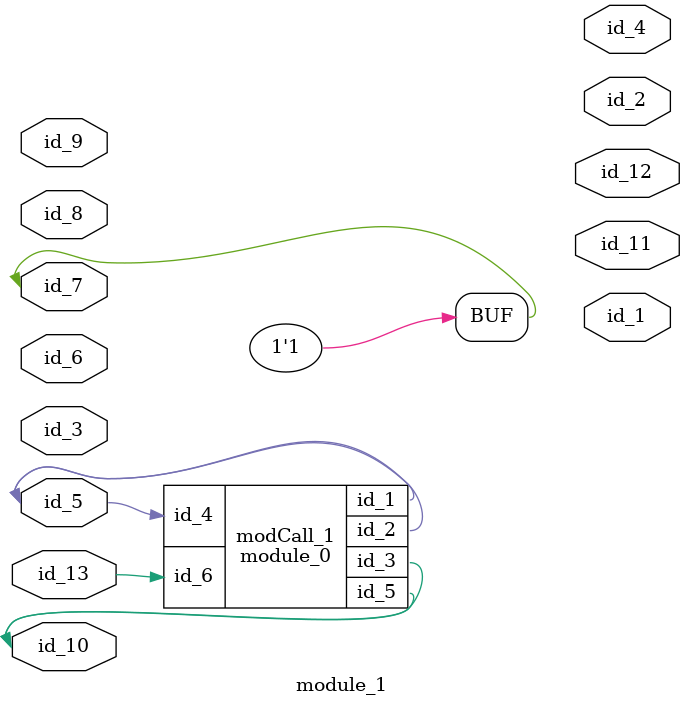
<source format=v>
module module_0 (
    id_1,
    id_2,
    id_3,
    id_4,
    id_5,
    id_6
);
  input wire id_6;
  inout wire id_5;
  input wire id_4;
  output wire id_3;
  output wire id_2;
  inout wire id_1;
endmodule
module module_1 (
    id_1,
    id_2,
    id_3,
    id_4,
    id_5,
    id_6,
    id_7,
    id_8,
    id_9,
    id_10,
    id_11,
    id_12,
    id_13
);
  inout wire id_13;
  output wire id_12;
  output wire id_11;
  inout wire id_10;
  input wire id_9;
  input wire id_8;
  inout wire id_7;
  input wire id_6;
  inout wire id_5;
  output wire id_4;
  input wire id_3;
  output wire id_2;
  output wire id_1;
  `define pp_14 0
  module_0 modCall_1 (
      id_5,
      id_5,
      id_10,
      id_5,
      id_10,
      id_13
  );
  always id_7 <= 1 && 1;
  wire id_15;
endmodule

</source>
